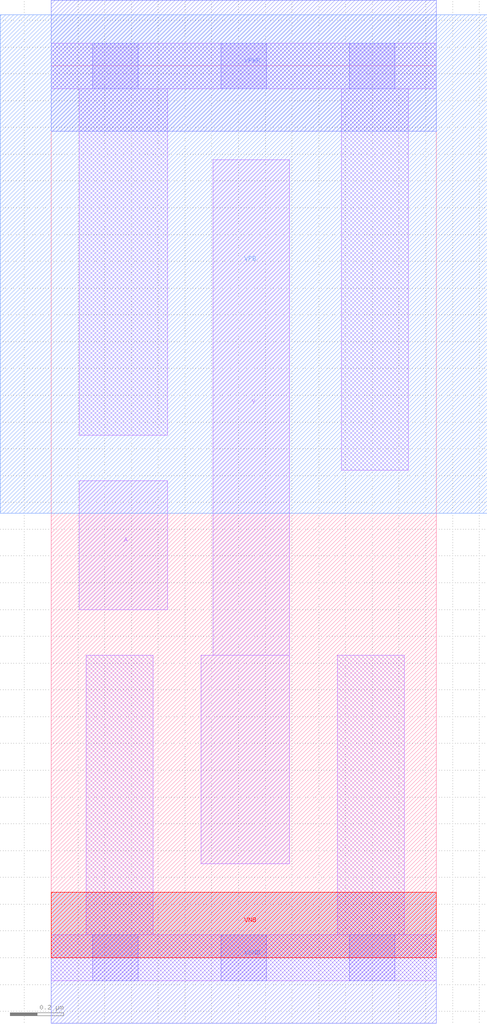
<source format=lef>
# Copyright 2020 The SkyWater PDK Authors
#
# Licensed under the Apache License, Version 2.0 (the "License");
# you may not use this file except in compliance with the License.
# You may obtain a copy of the License at
#
#     https://www.apache.org/licenses/LICENSE-2.0
#
# Unless required by applicable law or agreed to in writing, software
# distributed under the License is distributed on an "AS IS" BASIS,
# WITHOUT WARRANTIES OR CONDITIONS OF ANY KIND, either express or implied.
# See the License for the specific language governing permissions and
# limitations under the License.
#
# SPDX-License-Identifier: Apache-2.0

VERSION 5.7 ;
  NOWIREEXTENSIONATPIN ON ;
  DIVIDERCHAR "/" ;
  BUSBITCHARS "[]" ;
MACRO sky130_fd_sc_ls__inv_2
  CLASS CORE ;
  FOREIGN sky130_fd_sc_ls__inv_2 ;
  ORIGIN  0.000000  0.000000 ;
  SIZE  1.440000 BY  3.330000 ;
  SYMMETRY X Y ;
  SITE unit ;
  PIN A
    ANTENNAGATEAREA  0.558000 ;
    DIRECTION INPUT ;
    USE SIGNAL ;
    PORT
      LAYER li1 ;
        RECT 0.105000 1.300000 0.435000 1.780000 ;
    END
  END A
  PIN VNB
    PORT
      LAYER pwell ;
        RECT 0.000000 0.000000 1.440000 0.245000 ;
    END
  END VNB
  PIN VPB
    PORT
      LAYER nwell ;
        RECT -0.190000 1.660000 1.630000 3.520000 ;
    END
  END VPB
  PIN Y
    ANTENNADIFFAREA  0.543200 ;
    DIRECTION OUTPUT ;
    USE SIGNAL ;
    PORT
      LAYER li1 ;
        RECT 0.560000 0.350000 0.890000 1.130000 ;
        RECT 0.605000 1.130000 0.890000 2.980000 ;
    END
  END Y
  PIN VGND
    DIRECTION INOUT ;
    SHAPE ABUTMENT ;
    USE GROUND ;
    PORT
      LAYER met1 ;
        RECT 0.000000 -0.245000 1.440000 0.245000 ;
    END
  END VGND
  PIN VPWR
    DIRECTION INOUT ;
    SHAPE ABUTMENT ;
    USE POWER ;
    PORT
      LAYER met1 ;
        RECT 0.000000 3.085000 1.440000 3.575000 ;
    END
  END VPWR
  OBS
    LAYER li1 ;
      RECT 0.000000 -0.085000 1.440000 0.085000 ;
      RECT 0.000000  3.245000 1.440000 3.415000 ;
      RECT 0.105000  1.950000 0.435000 3.245000 ;
      RECT 0.130000  0.085000 0.380000 1.130000 ;
      RECT 1.070000  0.085000 1.320000 1.130000 ;
      RECT 1.085000  1.820000 1.335000 3.245000 ;
    LAYER mcon ;
      RECT 0.155000 -0.085000 0.325000 0.085000 ;
      RECT 0.155000  3.245000 0.325000 3.415000 ;
      RECT 0.635000 -0.085000 0.805000 0.085000 ;
      RECT 0.635000  3.245000 0.805000 3.415000 ;
      RECT 1.115000 -0.085000 1.285000 0.085000 ;
      RECT 1.115000  3.245000 1.285000 3.415000 ;
  END
END sky130_fd_sc_ls__inv_2
END LIBRARY

</source>
